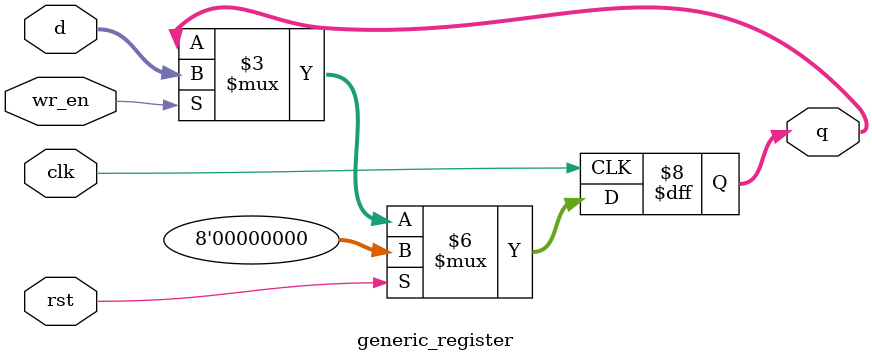
<source format=v>
module generic_register #(
	parameter WIDTH = 8,
	parameter RESET_VALUE = 8'd0
) (
	input wire clk,
	input wire wr_en,
	input wire rst,
	input wire [WIDTH - 1:0] d,
	output reg [WIDTH - 1:0] q
);

initial q = RESET_VALUE;

always @(posedge clk) begin
	if(rst) begin
		q <= RESET_VALUE;
	end else if(wr_en) begin
		q <= d;
	end
end

endmodule

</source>
